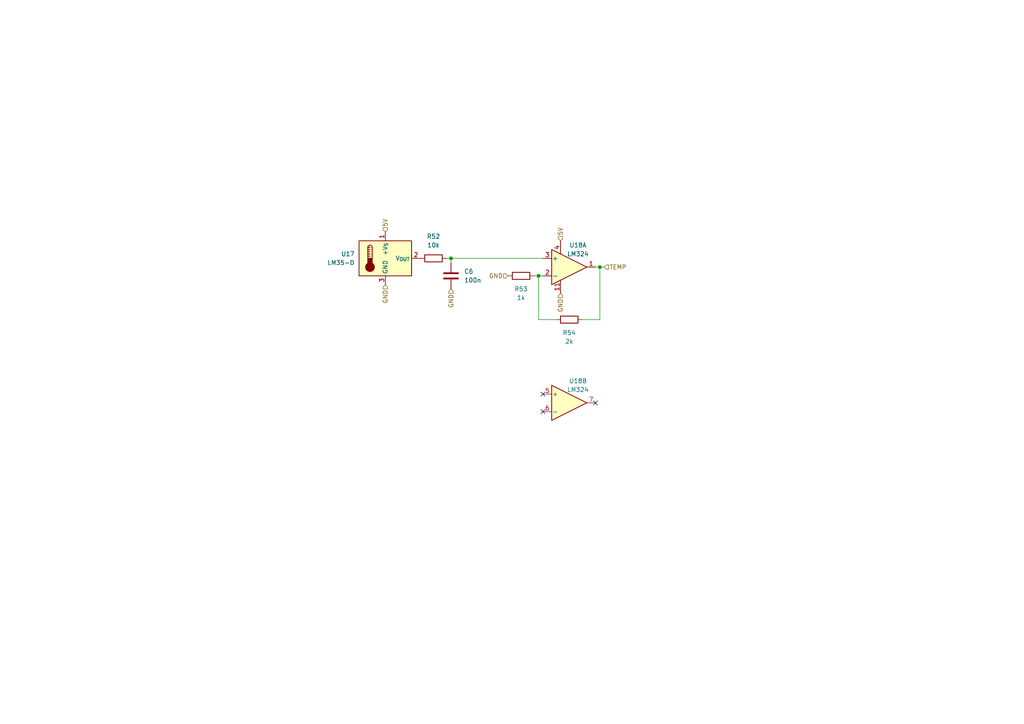
<source format=kicad_sch>
(kicad_sch (version 20231120) (generator "eeschema") (generator_version "8.0")
  (paper "A4")
  (title_block (title "Domoticata main control unit") (date "2024-07-14") (rev "0.1") (company "Davide Scalisi"))
  (lib_symbols
    (symbol "Amplifier_Operational:LM324" (pin_names (offset 0.127))
      (property "Reference" "U" (at 0 5.08 0))
      (property "Value" "LM324" (at 0 -5.08 0))
      (symbol "LM324_1_1"
        (polyline (pts (xy -5.08 5.08) (xy 5.08 0) (xy -5.08 -5.08) (xy -5.08 5.08)) (stroke (width 0.254)) (fill (type background)))
        (pin output line (at 7.62 0 180) (length 2.54) (name "~") (number "1"))
        (pin input line (at -7.62 -2.54 0) (length 2.54) (name "-") (number "2"))
        (pin input line (at -7.62 2.54 0) (length 2.54) (name "+") (number "3"))
      )
      (symbol "LM324_2_1"
        (polyline (pts (xy -5.08 5.08) (xy 5.08 0) (xy -5.08 -5.08) (xy -5.08 5.08)) (stroke (width 0.254)) (fill (type background)))
        (pin input line (at -7.62 2.54 0) (length 2.54) (name "+") (number "5"))
        (pin input line (at -7.62 -2.54 0) (length 2.54) (name "-") (number "6"))
        (pin output line (at 7.62 0 180) (length 2.54) (name "~") (number "7"))
      )
      (symbol "LM324_3_1"
        (polyline (pts (xy -5.08 5.08) (xy 5.08 0) (xy -5.08 -5.08) (xy -5.08 5.08)) (stroke (width 0.254)) (fill (type background)))
        (pin input line (at -7.62 2.54 0) (length 2.54) (name "+") (number "10"))
        (pin output line (at 7.62 0 180) (length 2.54) (name "~") (number "8"))
        (pin input line (at -7.62 -2.54 0) (length 2.54) (name "-") (number "9"))
      )
      (symbol "LM324_4_1"
        (polyline (pts (xy -5.08 5.08) (xy 5.08 0) (xy -5.08 -5.08) (xy -5.08 5.08)) (stroke (width 0.254)) (fill (type background)))
        (pin input line (at -7.62 2.54 0) (length 2.54) (name "+") (number "12"))
        (pin input line (at -7.62 -2.54 0) (length 2.54) (name "-") (number "13"))
        (pin output line (at 7.62 0 180) (length 2.54) (name "~") (number "14"))
      )
      (symbol "LM324_5_1"
        (pin power_in line (at -2.54 -7.62 90) (length 3.81) (name "V-") (number "11"))
        (pin power_in line (at -2.54 7.62 270) (length 3.81) (name "V+") (number "4"))
      )
    )
    (symbol "Device:C" (pin_numbers hide) (pin_names (offset 0.254))
      (property "Reference" "C" (at 0.635 2.54 0))
      (property "Value" "C" (at 0.635 -2.54 0))
      (symbol "C_0_1"
        (polyline (pts (xy -2.032 -0.762) (xy 2.032 -0.762)) (stroke (width 0.508)))
        (polyline (pts (xy -2.032 0.762) (xy 2.032 0.762)) (stroke (width 0.508)))
      )
      (symbol "C_1_1"
        (pin passive line (at 0 3.81 270) (length 2.794) (name "~") (number "1"))
        (pin passive line (at 0 -3.81 90) (length 2.794) (name "~") (number "2"))
      )
    )
    (symbol "Device:R" (pin_numbers hide) (pin_names (offset 0))
      (property "Reference" "R" (at 2.032 0 90))
      (property "Value" "R" (at 0 0 90))
      (symbol "R_0_1"
        (rectangle (start -1.016 -2.54) (end 1.016 2.54) (stroke (width 0.254)))
      )
      (symbol "R_1_1"
        (pin passive line (at 0 3.81 270) (length 1.27) (name "~") (number "1"))
        (pin passive line (at 0 -3.81 90) (length 1.27) (name "~") (number "2"))
      )
    )
    (symbol "LM324_1" (pin_names (offset 0.127) hide)
      (property "Reference" "U" (at 0 5.08 0))
      (property "Value" "LM324" (at 0 -5.08 0))
      (symbol "LM324_1_1_1"
        (polyline (pts (xy -5.08 5.08) (xy 5.08 0) (xy -5.08 -5.08) (xy -5.08 5.08)) (stroke (width 0.254)) (fill (type background)))
        (pin output line (at 7.62 0 180) (length 2.54) (name "~") (number "1"))
        (pin input line (at -7.62 -2.54 0) (length 2.54) (name "-") (number "2"))
        (pin input line (at -7.62 2.54 0) (length 2.54) (name "+") (number "3"))
      )
      (symbol "LM324_1_2_1"
        (polyline (pts (xy -5.08 5.08) (xy 5.08 0) (xy -5.08 -5.08) (xy -5.08 5.08)) (stroke (width 0.254)) (fill (type background)))
        (pin input line (at -7.62 2.54 0) (length 2.54) (name "+") (number "5"))
        (pin input line (at -7.62 -2.54 0) (length 2.54) (name "-") (number "6"))
        (pin output line (at 7.62 0 180) (length 2.54) (name "~") (number "7"))
      )
      (symbol "LM324_1_3_1"
        (polyline (pts (xy -5.08 5.08) (xy 5.08 0) (xy -5.08 -5.08) (xy -5.08 5.08)) (stroke (width 0.254)) (fill (type background)))
        (pin input line (at -7.62 2.54 0) (length 2.54) (name "+") (number "10"))
        (pin output line (at 7.62 0 180) (length 2.54) (name "~") (number "8"))
        (pin input line (at -7.62 -2.54 0) (length 2.54) (name "-") (number "9"))
      )
      (symbol "LM324_1_4_1"
        (polyline (pts (xy -5.08 5.08) (xy 5.08 0) (xy -5.08 -5.08) (xy -5.08 5.08)) (stroke (width 0.254)) (fill (type background)))
        (pin input line (at -7.62 2.54 0) (length 2.54) (name "+") (number "12"))
        (pin input line (at -7.62 -2.54 0) (length 2.54) (name "-") (number "13"))
        (pin output line (at 7.62 0 180) (length 2.54) (name "~") (number "14"))
      )
      (symbol "LM324_1_5_1"
        (pin power_in line (at -2.54 -7.62 90) (length 3.81) (name "V-") (number "11"))
        (pin power_in line (at -2.54 7.62 270) (length 3.81) (name "V+") (number "4"))
      )
    )
    (symbol "Sensor_Temperature:LM35-LP"
      (property "Reference" "U" (at -6.35 6.35 0))
      (property "Value" "LM35-LP" (at 1.27 6.35 0))
      (symbol "LM35-LP_0_1"
        (rectangle (start -7.62 5.08) (end 7.62 -5.08) (stroke (width 0.254)) (fill (type background)))
        (circle (center -4.445 -2.54) (radius 1.27) (stroke (width 0.254)) (fill (type outline)))
        (rectangle (start -3.81 -1.905) (end -5.08 0) (stroke (width 0.254)) (fill (type outline)))
        (arc (start -3.81 3.175) (mid -4.445 3.8073) (end -5.08 3.175) (stroke (width 0.254)))
        (polyline (pts (xy -5.08 0.635) (xy -4.445 0.635)) (stroke (width 0.254)))
        (polyline (pts (xy -5.08 1.27) (xy -4.445 1.27)) (stroke (width 0.254)))
        (polyline (pts (xy -5.08 1.905) (xy -4.445 1.905)) (stroke (width 0.254)))
        (polyline (pts (xy -5.08 2.54) (xy -4.445 2.54)) (stroke (width 0.254)))
        (polyline (pts (xy -5.08 3.175) (xy -5.08 0)) (stroke (width 0.254)))
        (polyline (pts (xy -5.08 3.175) (xy -4.445 3.175)) (stroke (width 0.254)))
        (polyline (pts (xy -3.81 3.175) (xy -3.81 0)) (stroke (width 0.254)))
      )
      (symbol "LM35-LP_1_1"
        (pin power_in line (at 0 7.62 270) (length 2.54) (name "+V_{S}") (number "1"))
        (pin output line (at 10.16 0 180) (length 2.54) (name "V_{OUT}") (number "2"))
        (pin power_in line (at 0 -7.62 90) (length 2.54) (name "GND") (number "3"))
      )
    )
  )
  (junction (at 130.81 74.93))
  (junction (at 173.99 77.47))
  (junction (at 156.21 80.01))
  (no_connect (at 172.72 116.84))
  (no_connect (at 157.48 114.3))
  (no_connect (at 157.48 119.38))
  (wire (pts (xy 173.99 92.71) (xy 173.99 77.47)))
  (wire (pts (xy 156.21 92.71) (xy 156.21 80.01)))
  (wire (pts (xy 173.99 77.47) (xy 175.26 77.47)))
  (wire (pts (xy 168.91 92.71) (xy 173.99 92.71)))
  (wire (pts (xy 130.81 74.93) (xy 130.81 76.2)))
  (wire (pts (xy 173.99 77.47) (xy 172.72 77.47)))
  (wire (pts (xy 130.81 74.93) (xy 157.48 74.93)))
  (wire (pts (xy 156.21 80.01) (xy 157.48 80.01)))
  (wire (pts (xy 161.29 92.71) (xy 156.21 92.71)))
  (wire (pts (xy 154.94 80.01) (xy 156.21 80.01)))
  (wire (pts (xy 129.54 74.93) (xy 130.81 74.93)))
  (hierarchical_label "GND" (shape input) (at 130.81 83.82 270))
  (hierarchical_label "TEMP" (shape input) (at 175.26 77.47 0))
  (hierarchical_label "GND" (shape input) (at 162.56 85.09 270))
  (hierarchical_label "5V" (shape input) (at 111.76 67.31 90))
  (hierarchical_label "5V" (shape input) (at 162.56 69.85 90))
  (hierarchical_label "GND" (shape input) (at 111.76 82.55 270))
  (hierarchical_label "GND" (shape input) (at 147.32 80.01 180))
  (symbol (lib_id "Amplifier_Operational:LM324") (at 165.1 77.47 0) (unit 1)
    (property "Reference" "U18" (at 167.64 71.12 0))
    (property "Value" "LM324" (at 167.64 73.66 0))
    (property "Footprint" "Package_DIP:DIP-14_W7.62mm_Socket" (effects (hide yes)))
    (property "Datasheet" "http://www.ti.com/lit/ds/symlink/lm2902-n.pdf" (effects (hide yes)))
    (property "Description" "Low-Power, Quad-Operational Amplifiers, DIP-14/SOIC-14/SSOP-14" (effects (hide yes)))
  )
  (symbol (lib_name "LM324_1") (lib_id "Amplifier_Operational:LM324") (at 165.1 77.47 0) (unit 5)
    (property "Reference" "U18" (effects (hide yes)))
    (property "Value" "LM324" (effects (hide yes)))
    (property "Footprint" "Package_DIP:DIP-14_W7.62mm_Socket" (effects (hide yes)))
    (property "Datasheet" "http://www.ti.com/lit/ds/symlink/lm2902-n.pdf" (effects (hide yes)))
    (property "Description" "Low-Power, Quad-Operational Amplifiers, DIP-14/SOIC-14/SSOP-14" (effects (hide yes)))
  )
  (symbol (lib_id "Amplifier_Operational:LM324") (at 165.1 116.84 0) (unit 2)
    (property "Reference" "U18" (at 167.64 110.49 0))
    (property "Value" "LM324" (at 167.64 113.03 0))
    (property "Footprint" "Package_DIP:DIP-14_W7.62mm_Socket" (effects (hide yes)))
    (property "Datasheet" "http://www.ti.com/lit/ds/symlink/lm2902-n.pdf" (effects (hide yes)))
    (property "Description" "Low-Power, Quad-Operational Amplifiers, DIP-14/SOIC-14/SSOP-14" (effects (hide yes)))
  )
  (symbol (lib_id "Device:C") (at 130.81 80.01 0) (unit 1)
    (property "Reference" "C6" (at 134.62 78.7399 0) (effects (justify left)))
    (property "Value" "100n" (at 134.62 81.2799 0) (effects (justify left)))
    (property "Footprint" "Capacitor_THT:C_Rect_L7.2mm_W2.5mm_P5.00mm_FKS2_FKP2_MKS2_MKP2" (effects (hide yes)))
    (property "Description" "Unpolarized capacitor" (effects (hide yes)))
  )
  (symbol (lib_id "Device:R") (at 151.13 80.01 270) (mirror x) (unit 1)
    (property "Reference" "R53" (at 151.13 83.82 90))
    (property "Value" "1k" (at 151.13 86.36 90))
    (property "Footprint" "Resistor_THT:R_Axial_DIN0207_L6.3mm_D2.5mm_P7.62mm_Horizontal" (effects (hide yes)))
    (property "Description" "Resistor" (effects (hide yes)))
  )
  (symbol (lib_id "Sensor_Temperature:LM35-LP") (at 111.76 74.93 0) (unit 1)
    (property "Reference" "U17" (at 102.87 73.6599 0) (effects (justify right)))
    (property "Value" "LM35-D" (at 102.87 76.1999 0) (effects (justify right)))
    (property "Footprint" "Package_TO_SOT_THT:TO-92_Inline" (effects (hide yes)))
    (property "Datasheet" "http://www.ti.com/lit/ds/symlink/lm35.pdf" (effects (hide yes)))
    (property "Description" "Precision centigrade temperature sensor, TO-92" (effects (hide yes)))
  )
  (symbol (lib_id "Device:R") (at 165.1 92.71 90) (unit 1)
    (property "Reference" "R54" (at 165.1 96.52 90))
    (property "Value" "2k" (at 165.1 99.06 90))
    (property "Footprint" "Resistor_THT:R_Axial_DIN0207_L6.3mm_D2.5mm_P7.62mm_Horizontal" (effects (hide yes)))
    (property "Description" "Resistor" (effects (hide yes)))
  )
  (symbol (lib_id "Device:R") (at 125.73 74.93 90) (unit 1)
    (property "Reference" "R52" (at 125.73 68.58 90))
    (property "Value" "10k" (at 125.73 71.12 90))
    (property "Footprint" "Resistor_THT:R_Axial_DIN0207_L6.3mm_D2.5mm_P7.62mm_Horizontal" (effects (hide yes)))
    (property "Description" "Resistor" (effects (hide yes)))
  )
)
</source>
